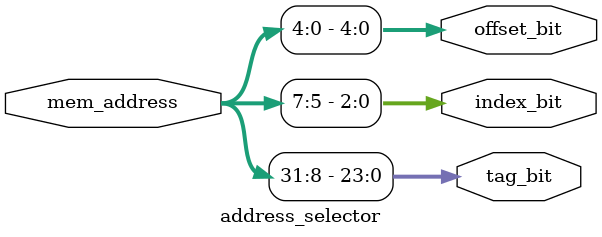
<source format=sv>
module address_selector
(
	input [31:0] mem_address,
	output [23:0] tag_bit,
	output [2:0] index_bit,
	output [4:0] offset_bit
);

assign tag_bit = mem_address[31:8];
assign index_bit = mem_address[7:5];
assign offset_bit = mem_address[4:0];

endmodule: address_selector
</source>
